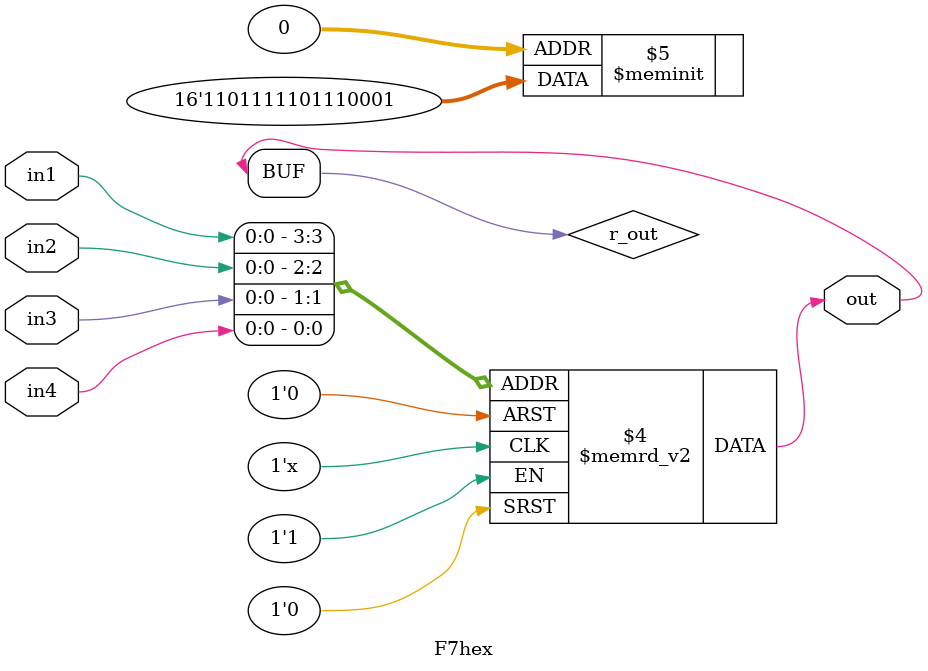
<source format=v>
module F7hex(output out, input in1, in2, in3, in4);
  reg r_out;
  assign out = r_out;
  always@(in1, in2, in3, in4)
    begin
      case({in1, in2, in3, in4})
        4'b0000: out = 1'b1;
        4'b0001: out = 1'b0;
        4'b0010: out = 1'b0;
        4'b0011: out = 1'b0;
        4'b0100: out = 1'b1;
        4'b0101: out = 1'b1;
        4'b0110: out = 1'b1;
        4'b0111: out = 1'b0;
	4'b1000: out = 1'b1;
        4'b1001: out = 1'b1;
        4'b1010: out = 1'b1;
        4'b1011: out = 1'b1;
        4'b1100: out = 1'b1;
        4'b1101: out = 1'b0;
        4'b1110: out = 1'b1;
        4'b1111: out = 1'b1;
	
        default: out = 1'b0;
      endcase
    end
endmodule

</source>
